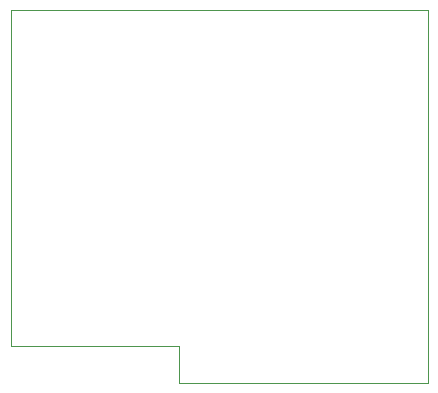
<source format=gbr>
%TF.GenerationSoftware,KiCad,Pcbnew,5.1.12-84ad8e8a86~92~ubuntu20.04.1*%
%TF.CreationDate,2022-06-17T21:56:11+02:00*%
%TF.ProjectId,bkm-68x-simple-hv-addon,626b6d2d-3638-4782-9d73-696d706c652d,rev?*%
%TF.SameCoordinates,Original*%
%TF.FileFunction,Profile,NP*%
%FSLAX46Y46*%
G04 Gerber Fmt 4.6, Leading zero omitted, Abs format (unit mm)*
G04 Created by KiCad (PCBNEW 5.1.12-84ad8e8a86~92~ubuntu20.04.1) date 2022-06-17 21:56:11*
%MOMM*%
%LPD*%
G01*
G04 APERTURE LIST*
%TA.AperFunction,Profile*%
%ADD10C,0.050000*%
%TD*%
G04 APERTURE END LIST*
D10*
X95504000Y-144018000D02*
X95504000Y-115570000D01*
X109728000Y-147193000D02*
X130810000Y-147193000D01*
X109728000Y-144018000D02*
X109728000Y-147193000D01*
X95504000Y-144018000D02*
X109728000Y-144018000D01*
X95504000Y-115570000D02*
X130810000Y-115570000D01*
X130810000Y-147193000D02*
X130810000Y-115570000D01*
M02*

</source>
